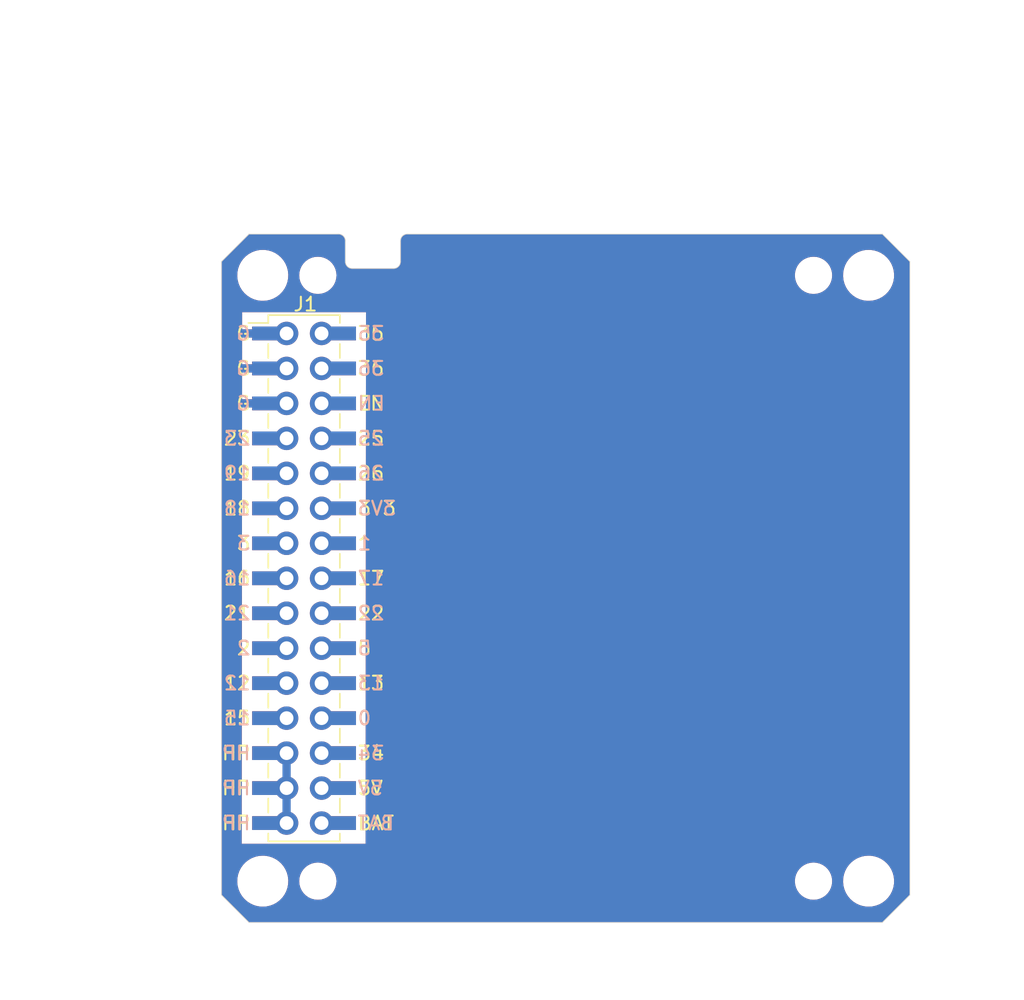
<source format=kicad_pcb>
(kicad_pcb (version 20221018) (generator pcbnew)
  (title_block (title "BF-021") (date "2022-02-05") (rev "V01L04") (company "Copyright 2022 BotanicFields, Inc.") (comment 1 "Template of M5Stack Module "))
  (layers (0 "F.Cu" signal) (31 "B.Cu" signal) (34 "B.Paste" user) (35 "F.Paste" user) (36 "B.SilkS" user "B.Silkscreen") (37 "F.SilkS" user "F.Silkscreen") (38 "B.Mask" user) (39 "F.Mask" user) (44 "Edge.Cuts" user))
  (net 0 "")
  (net 1 "+BATT")
  (net 2 "VBUS")
  (net 3 "+5V")
  (net 4 "/GPIO34")
  (net 5 "/GPIO0")
  (net 6 "/GPIO15")
  (net 7 "/GPIO13")
  (net 8 "/GPIO12")
  (net 9 "/GPIO5")
  (net 10 "/GPIO2")
  (net 11 "/GPIO22")
  (net 12 "/GPIO21")
  (net 13 "/GPIO17")
  (net 14 "/GPIO16")
  (net 15 "/GPIO1")
  (net 16 "/GPIO3")
  (net 17 "+3V3")
  (net 18 "/GPIO18")
  (net 19 "/GPIO26")
  (net 20 "/GPIO19")
  (net 21 "/GPIO25")
  (net 22 "/GPIO23")
  (net 23 "/EN")
  (net 24 "GND")
  (net 25 "/GPIO36")
  (net 26 "/GPIO35")
  (footprint "bf:BF@MountingHole_3.2mm_M3" (layer "F.Cu") (at 103 53)
    (fp_text reference "H1" hide)
    (fp_text value "MountingHole" hide)
    (pad "" np_thru_hole circle (at 0 0) (size 3.2 3.2) (drill 3.2) (layers "*.Cu" "*.Mask"))
  )
  (footprint "bf:BF@MountingHole_3.2mm_M3" (layer "F.Cu") (at 147 53)
    (fp_text reference "H2" hide)
    (fp_text value "MountingHole" hide)
    (pad "" np_thru_hole circle (at 0 0) (size 3.2 3.2) (drill 3.2) (layers "*.Cu" "*.Mask"))
  )
  (footprint "bf:BF@MountingHole_3.2mm_M3" (layer "F.Cu") (at 147 97)
    (fp_text reference "H3" hide)
    (fp_text value "MountingHole" hide)
    (pad "" np_thru_hole circle (at 0 0) (size 3.2 3.2) (drill 3.2) (layers "*.Cu" "*.Mask"))
  )
  (footprint "bf:BF@MountingHole_3.2mm_M3" (layer "F.Cu") (at 103 97)
    (fp_text reference "H4" hide)
    (fp_text value "MountingHole" hide)
    (pad "" np_thru_hole circle (at 0 0) (size 3.2 3.2) (drill 3.2) (layers "*.Cu" "*.Mask"))
  )
  (footprint "bf:BF@MountingHole_2.2mm_M2" (layer "F.Cu") (at 107 53)
    (fp_text reference "H5" hide)
    (fp_text value "MountingHole" hide)
    (pad "" np_thru_hole circle (at 0 0) (size 2.2 2.2) (drill 2.2) (layers "*.Cu" "*.Mask"))
  )
  (footprint "bf:BF@MountingHole_2.2mm_M2" (layer "F.Cu") (at 143 53)
    (fp_text reference "H6" hide)
    (fp_text value "MountingHole" hide)
    (pad "" np_thru_hole circle (at 0 0) (size 2.2 2.2) (drill 2.2) (layers "*.Cu" "*.Mask"))
  )
  (footprint "bf:BF@MountingHole_2.2mm_M2" (layer "F.Cu") (at 143 97)
    (fp_text reference "H7" hide)
    (fp_text value "MountingHole" hide)
    (pad "" np_thru_hole circle (at 0 0) (size 2.2 2.2) (drill 2.2) (layers "*.Cu" "*.Mask"))
  )
  (footprint "bf:BF@MountingHole_2.2mm_M2" (layer "F.Cu") (at 107 97)
    (fp_text reference "H8" hide)
    (fp_text value "MountingHole" hide)
    (pad "" np_thru_hole circle (at 0 0) (size 2.2 2.2) (drill 2.2) (layers "*.Cu" "*.Mask"))
  )
  (footprint "bf:BF@M5Stack_MBUS" (layer "F.Cu") (at 106 75)
    (fp_text reference "J1" (at 0.1 -19.9) (layer "F.SilkS"))
    (fp_text value "M-BUS")
    (fp_text user "2" (at -3.81 5.08 180) (layer "B.SilkS") (effects (justify left mirror)))
    (fp_text user "3" (at -3.81 -2.54 180) (layer "B.SilkS") (effects (justify left mirror)))
    (fp_text user "G" (at -3.81 -12.7 180) (layer "B.SilkS") (effects (justify left mirror)))
    (fp_text user "HP" (at -3.81 15.24 180) (layer "B.SilkS") (effects (justify left mirror)))
    (fp_text user "22" (at 3.81 2.54 180) (layer "B.SilkS") (effects (justify right mirror)))
    (fp_text user "23" (at -3.81 -10.16 180) (layer "B.SilkS") (effects (justify left mirror)))
    (fp_text user "15" (at -3.81 10.16 180) (layer "B.SilkS") (effects (justify left mirror)))
    (fp_text user "35" (at 3.81 -17.78 180) (layer "B.SilkS") (effects (justify right mirror)))
    (fp_text user "18" (at -3.81 -5.08 180) (layer "B.SilkS") (effects (justify left mirror)))
    (fp_text user "12" (at -3.81 7.62 180) (layer "B.SilkS") (effects (justify left mirror)))
    (fp_text user "17" (at 3.81 0 180) (layer "B.SilkS") (effects (justify right mirror)))
    (fp_text user "EN" (at 3.81 -12.7 180) (layer "B.SilkS") (effects (justify right mirror)))
    (fp_text user "5" (at 3.81 5.08 180) (layer "B.SilkS") (effects (justify right mirror)))
    (fp_text user "36" (at 3.81 -15.24 180) (layer "B.SilkS") (effects (justify right mirror)))
    (fp_text user "26" (at 3.81 -7.62 180) (layer "B.SilkS") (effects (justify right mirror)))
    (fp_text user "19" (at -3.81 -7.62 180) (layer "B.SilkS") (effects (justify left mirror)))
    (fp_text user "3V3" (at 3.81 -5.08 180) (layer "B.SilkS") (effects (justify right mirror)))
    (fp_text user "25" (at 3.81 -10.16 180) (layer "B.SilkS") (effects (justify right mirror)))
    (fp_text user "16" (at -3.81 0 180) (layer "B.SilkS") (effects (justify left mirror)))
    (fp_text user "34" (at 3.81 12.7 180) (layer "B.SilkS") (effects (justify right mirror)))
    (fp_text user "G" (at -3.81 -17.78 180) (layer "B.SilkS") (effects (justify left mirror)))
    (fp_text user "0" (at 3.81 10.16 180) (layer "B.SilkS") (effects (justify right mirror)))
    (fp_text user "13" (at 3.81 7.62 180) (layer "B.SilkS") (effects (justify right mirror)))
    (fp_text user "HP" (at -3.81 17.78 180) (layer "B.SilkS") (effects (justify left mirror)))
    (fp_text user "5V" (at 3.81 15.24 180) (layer "B.SilkS") (effects (justify right mirror)))
    (fp_text user "HP" (at -3.81 12.7 180) (layer "B.SilkS") (effects (justify left mirror)))
    (fp_text user "21" (at -3.81 2.54 180) (layer "B.SilkS") (effects (justify left mirror)))
    (fp_text user "G" (at -3.81 -15.24 180) (layer "B.SilkS") (effects (justify left mirror)))
    (fp_text user "1" (at 3.81 -2.54 180) (layer "B.SilkS") (effects (justify right mirror)))
    (fp_text user "BAT" (at 3.81 17.78 180) (layer "B.SilkS") (effects (justify right mirror)))
    (fp_text user "G" (at -3.81 -15.24) (layer "F.SilkS") (effects (justify right)))
    (fp_text user "G" (at -3.81 -12.7) (layer "F.SilkS") (effects (justify right)))
    (fp_text user "3V3" (at 3.81 -5.08) (layer "F.SilkS") (effects (justify left)))
    (fp_text user "23" (at -3.81 -10.16) (layer "F.SilkS") (effects (justify right)))
    (fp_text user "25" (at 3.81 -10.16) (layer "F.SilkS") (effects (justify left)))
    (fp_text user "19" (at -3.81 -7.62) (layer "F.SilkS") (effects (justify right)))
    (fp_text user "12" (at -3.81 7.62) (layer "F.SilkS") (effects (justify right)))
    (fp_text user "13" (at 3.81 7.62) (layer "F.SilkS") (effects (justify left)))
    (fp_text user "EN" (at 3.81 -12.7) (layer "F.SilkS") (effects (justify left)))
    (fp_text user "G" (at -3.81 -17.78) (layer "F.SilkS") (effects (justify right)))
    (fp_text user "0" (at 3.81 10.16) (layer "F.SilkS") (effects (justify left)))
    (fp_text user "3" (at -3.81 -2.54) (layer "F.SilkS") (effects (justify right)))
    (fp_text user "5" (at 3.81 5.08) (layer "F.SilkS") (effects (justify left)))
    (fp_text user "36" (at 3.81 -15.24) (layer "F.SilkS") (effects (justify left)))
    (fp_text user "35" (at 3.81 -17.78) (layer "F.SilkS") (effects (justify left)))
    (fp_text user "21" (at -3.81 2.54) (layer "F.SilkS") (effects (justify right)))
    (fp_text user "16" (at -3.81 0) (layer "F.SilkS") (effects (justify right)))
    (fp_text user "26" (at 3.81 -7.62) (layer "F.SilkS") (effects (justify left)))
    (fp_text user "HP" (at -3.81 12.7) (layer "F.SilkS") (effects (justify right)))
    (fp_text user "HP" (at -3.81 15.24) (layer "F.SilkS") (effects (justify right)))
    (fp_text user "17" (at 3.81 0) (layer "F.SilkS") (effects (justify left)))
    (fp_text user "34" (at 3.81 12.7) (layer "F.SilkS") (effects (justify left)))
    (fp_text user "15" (at -3.81 10.16) (layer "F.SilkS") (effects (justify right)))
    (fp_text user "HP" (at -3.81 17.78) (layer "F.SilkS") (effects (justify right)))
    (fp_text user "BAT" (at 3.81 17.78) (layer "F.SilkS") (effects (justify left)))
    (fp_text user "18" (at -3.81 -5.08) (layer "F.SilkS") (effects (justify right)))
    (fp_text user "1" (at 3.81 -2.54) (layer "F.SilkS") (effects (justify left)))
    (fp_text user "2" (at -3.81 5.08) (layer "F.SilkS") (effects (justify right)))
    (fp_text user "5V" (at 3.81 15.24) (layer "F.SilkS") (effects (justify left)))
    (fp_text user "22" (at 3.81 2.54) (layer "F.SilkS") (effects (justify left)))
    (fp_line (start -4.04 -18.54) (end -2.6 -18.54) (stroke (width 0.12)) (layer "F.SilkS"))
    (fp_line (start -2.6 -19.11) (end -2.6 -18.54) (stroke (width 0.12)) (layer "F.SilkS"))
    (fp_line (start -2.6 -19.11) (end 2.6 -19.11) (stroke (width 0.12)) (layer "F.SilkS"))
    (fp_line (start -2.6 -17.02) (end -2.6 -16) (stroke (width 0.12)) (layer "F.SilkS"))
    (fp_line (start -2.6 -14.48) (end -2.6 -13.46) (stroke (width 0.12)) (layer "F.SilkS"))
    (fp_line (start -2.6 -11.94) (end -2.6 -10.92) (stroke (width 0.12)) (layer "F.SilkS"))
    (fp_line (start -2.6 -9.4) (end -2.6 -8.38) (stroke (width 0.12)) (layer "F.SilkS"))
    (fp_line (start -2.6 -6.86) (end -2.6 -5.84) (stroke (width 0.12)) (layer "F.SilkS"))
    (fp_line (start -2.6 -4.32) (end -2.6 -3.3) (stroke (width 0.12)) (layer "F.SilkS"))
    (fp_line (start -2.6 -1.78) (end -2.6 -0.76) (stroke (width 0.12)) (layer "F.SilkS"))
    (fp_line (start -2.6 0.76) (end -2.6 1.78) (stroke (width 0.12)) (layer "F.SilkS"))
    (fp_line (start -2.6 3.3) (end -2.6 4.32) (stroke (width 0.12)) (layer "F.SilkS"))
    (fp_line (start -2.6 5.84) (end -2.6 6.86) (stroke (width 0.12)) (layer "F.SilkS"))
    (fp_line (start -2.6 8.38) (end -2.6 9.4) (stroke (width 0.12)) (layer "F.SilkS"))
    (fp_line (start -2.6 10.92) (end -2.6 11.94) (stroke (width 0.12)) (layer "F.SilkS"))
    (fp_line (start -2.6 13.46) (end -2.6 14.48) (stroke (width 0.12)) (layer "F.SilkS"))
    (fp_line (start -2.6 16) (end -2.6 17.02) (stroke (width 0.12)) (layer "F.SilkS"))
    (fp_line (start -2.6 18.54) (end -2.6 19.11) (stroke (width 0.12)) (layer "F.SilkS"))
    (fp_line (start -2.6 19.11) (end 2.6 19.11) (stroke (width 0.12)) (layer "F.SilkS"))
    (fp_line (start 2.6 -19.11) (end 2.6 -18.54) (stroke (width 0.12)) (layer "F.SilkS"))
    (fp_line (start 2.6 -17.02) (end 2.6 -16) (stroke (width 0.12)) (layer "F.SilkS"))
    (fp_line (start 2.6 -14.48) (end 2.6 -13.46) (stroke (width 0.12)) (layer "F.SilkS"))
    (fp_line (start 2.6 -11.94) (end 2.6 -10.92) (stroke (width 0.12)) (layer "F.SilkS"))
    (fp_line (start 2.6 -9.4) (end 2.6 -8.38) (stroke (width 0.12)) (layer "F.SilkS"))
    (fp_line (start 2.6 -6.86) (end 2.6 -5.84) (stroke (width 0.12)) (layer "F.SilkS"))
    (fp_line (start 2.6 -4.32) (end 2.6 -3.3) (stroke (width 0.12)) (layer "F.SilkS"))
    (fp_line (start 2.6 -1.78) (end 2.6 -0.76) (stroke (width 0.12)) (layer "F.SilkS"))
    (fp_line (start 2.6 0.76) (end 2.6 1.78) (stroke (width 0.12)) (layer "F.SilkS"))
    (fp_line (start 2.6 3.3) (end 2.6 4.32) (stroke (width 0.12)) (layer "F.SilkS"))
    (fp_line (start 2.6 5.84) (end 2.6 6.86) (stroke (width 0.12)) (layer "F.SilkS"))
    (fp_line (start 2.6 8.38) (end 2.6 9.4) (stroke (width 0.12)) (layer "F.SilkS"))
    (fp_line (start 2.6 10.92) (end 2.6 11.94) (stroke (width 0.12)) (layer "F.SilkS"))
    (fp_line (start 2.6 13.46) (end 2.6 14.48) (stroke (width 0.12)) (layer "F.SilkS"))
    (fp_line (start 2.6 16) (end 2.6 17.02) (stroke (width 0.12)) (layer "F.SilkS"))
    (fp_line (start 2.6 18.54) (end 2.6 19.11) (stroke (width 0.12)) (layer "F.SilkS"))
    (pad "" np_thru_hole circle (at 0 -16.51 180) (size 1 1) (drill 1) (layers "*.Cu" "*.Mask"))
    (pad "" np_thru_hole circle (at 0 -13.97 180) (size 1 1) (drill 1) (layers "*.Cu" "*.Mask"))
    (pad "" np_thru_hole circle (at 0 13.97 180) (size 1 1) (drill 1) (layers "*.Cu" "*.Mask"))
    (pad "" np_thru_hole circle (at 0 16.51 180) (size 1 1) (drill 1) (layers "*.Cu" "*.Mask"))
    (pad "1" smd custom (at 1.27 -17.78 180) (size 1 1) (layers "F.Cu" "F.Mask") (net 26 "/GPIO35") (options (clearance outline) (anchor rect)) (primitives (gr_poly (pts (xy 0.5 0.5) (xy 0.5 -0.5) (xy -2.5 -0.5) (xy -2.5 0.5)) (width 0) (fill yes))))
    (pad "1" smd custom (at 1.27 -17.78 180) (size 1 1) (layers "B.Cu" "B.Mask") (net 26 "/GPIO35") (options (clearance outline) (anchor rect)) (primitives (gr_poly (pts (xy 0.5 0.5) (xy 0.5 -0.5) (xy -2.5 -0.5) (xy -2.5 0.5)) (width 0) (fill yes))))
    (pad "1" thru_hole circle (at 1.27 -17.78 180) (size 1.7 1.7) (drill 1) (layers "*.Cu" "*.Mask") (net 26 "/GPIO35"))
    (pad "2" smd custom (at -1.27 -17.78) (size 1 1) (layers "F.Cu" "F.Mask") (net 24 "GND") (options (clearance outline) (anchor rect)) (primitives (gr_poly (pts (xy 0.5 0.5) (xy 0.5 -0.5) (xy -2.5 -0.5) (xy -2.5 0.5)) (width 0) (fill yes))))
    (pad "2" smd custom (at -1.27 -17.78) (size 1 1) (layers "B.Cu" "B.Mask") (net 24 "GND") (options (clearance outline) (anchor rect)) (primitives (gr_poly (pts (xy 0.5 0.5) (xy 0.5 -0.5) (xy -2.5 -0.5) (xy -2.5 0.5)) (width 0) (fill yes))))
    (pad "2" thru_hole circle (at -1.27 -17.78) (size 1.7 1.7) (drill 1) (layers "*.Cu" "*.Mask") (net 24 "GND"))
    (pad "3" smd custom (at 1.27 -15.24 180) (size 1 1) (layers "F.Cu" "F.Mask") (net 25 "/GPIO36") (options (clearance outline) (anchor rect)) (primitives (gr_poly (pts (xy 0.5 0.5) (xy 0.5 -0.5) (xy -2.5 -0.5) (xy -2.5 0.5)) (width 0) (fill yes))))
    (pad "3" smd custom (at 1.27 -15.24 180) (size 1 1) (layers "B.Cu" "B.Mask") (net 25 "/GPIO36") (options (clearance outline) (anchor rect)) (primitives (gr_poly (pts (xy 0.5 0.5) (xy 0.5 -0.5) (xy -2.5 -0.5) (xy -2.5 0.5)) (width 0) (fill yes))))
    (pad "3" thru_hole circle (at 1.27 -15.24 180) (size 1.7 1.7) (drill 1) (layers "*.Cu" "*.Mask") (net 25 "/GPIO36"))
    (pad "4" smd custom (at -1.27 -15.24) (size 1 1) (layers "F.Cu" "F.Mask") (net 24 "GND") (options (clearance outline) (anchor rect)) (primitives (gr_poly (pts (xy 0.5 0.5) (xy 0.5 -0.5) (xy -2.5 -0.5) (xy -2.5 0.5)) (width 0) (fill yes))))
    (pad "4" smd custom (at -1.27 -15.24) (size 1 1) (layers "B.Cu" "B.Mask") (net 24 "GND") (options (clearance outline) (anchor rect)) (primitives (gr_poly (pts (xy 0.5 0.5) (xy 0.5 -0.5) (xy -2.5 -0.5) (xy -2.5 0.5)) (width 0) (fill yes))))
    (pad "4" thru_hole circle (at -1.27 -15.24) (size 1.7 1.7) (drill 1) (layers "*.Cu" "*.Mask") (net 24 "GND"))
    (pad "5" smd custom (at 1.27 -12.7 180) (size 1 1) (layers "F.Cu" "F.Mask") (net 23 "/EN") (options (clearance outline) (anchor rect)) (primitives (gr_poly (pts (xy 0.5 0.5) (xy 0.5 -0.5) (xy -2.5 -0.5) (xy -2.5 0.5)) (width 0) (fill yes))))
    (pad "5" smd custom (at 1.27 -12.7 180) (size 1 1) (layers "B.Cu" "B.Mask") (net 23 "/EN") (options (clearance outline) (anchor rect)) (primitives (gr_poly (pts (xy 0.5 0.5) (xy 0.5 -0.5) (xy -2.5 -0.5) (xy -2.5 0.5)) (width 0) (fill yes))))
    (pad "5" thru_hole circle (at 1.27 -12.7 180) (size 1.7 1.7) (drill 1) (layers "*.Cu" "*.Mask") (net 23 "/EN"))
    (pad "6" smd custom (at -1.27 -12.7) (size 1 1) (layers "F.Cu" "F.Mask") (net 24 "GND") (options (clearance outline) (anchor rect)) (primitives (gr_poly (pts (xy 0.5 0.5) (xy 0.5 -0.5) (xy -2.5 -0.5) (xy -2.5 0.5)) (width 0) (fill yes))))
    (pad "6" smd custom (at -1.27 -12.7) (size 1 1) (layers "B.Cu" "B.Mask") (net 24 "GND") (options (clearance outline) (anchor rect)) (primitives (gr_poly (pts (xy 0.5 0.5) (xy 0.5 -0.5) (xy -2.5 -0.5) (xy -2.5 0.5)) (width 0) (fill yes))))
    (pad "6" thru_hole circle (at -1.27 -12.7) (size 1.7 1.7) (drill 1) (layers "*.Cu" "*.Mask") (net 24 "GND"))
    (pad "7" smd custom (at 1.27 -10.16 180) (size 1 1) (layers "F.Cu" "F.Mask") (net 21 "/GPIO25") (options (clearance outline) (anchor rect)) (primitives (gr_poly (pts (xy 0.5 0.5) (xy 0.5 -0.5) (xy -2.5 -0.5) (xy -2.5 0.5)) (width 0) (fill yes))))
    (pad "7" smd custom (at 1.27 -10.16 180) (size 1 1) (layers "B.Cu" "B.Mask") (net 21 "/GPIO25") (options (clearance outline) (anchor rect)) (primitives (gr_poly (pts (xy 0.5 0.5) (xy 0.5 -0.5) (xy -2.5 -0.5) (xy -2.5 0.5)) (width 0) (fill yes))))
    (pad "7" thru_hole circle (at 1.27 -10.16 180) (size 1.7 1.7) (drill 1) (layers "*.Cu" "*.Mask") (net 21 "/GPIO25"))
    (pad "8" smd custom (at -1.27 -10.16) (size 1 1) (layers "F.Cu" "F.Mask") (net 22 "/GPIO23") (options (clearance outline) (anchor rect)) (primitives (gr_poly (pts (xy 0.5 0.5) (xy 0.5 -0.5) (xy -2.5 -0.5) (xy -2.5 0.5)) (width 0) (fill yes))))
    (pad "8" smd custom (at -1.27 -10.16) (size 1 1) (layers "B.Cu" "B.Mask") (net 22 "/GPIO23") (options (clearance outline) (anchor rect)) (primitives (gr_poly (pts (xy 0.5 0.5) (xy 0.5 -0.5) (xy -2.5 -0.5) (xy -2.5 0.5)) (width 0) (fill yes))))
    (pad "8" thru_hole circle (at -1.27 -10.16) (size 1.7 1.7) (drill 1) (layers "*.Cu" "*.Mask") (net 22 "/GPIO23"))
    (pad "9" smd custom (at 1.27 -7.62 180) (size 1 1) (layers "F.Cu" "F.Mask") (net 19 "/GPIO26") (options (clearance outline) (anchor rect)) (primitives (gr_poly (pts (xy 0.5 0.5) (xy 0.5 -0.5) (xy -2.5 -0.5) (xy -2.5 0.5)) (width 0) (fill yes))))
    (pad "9" smd custom (at 1.27 -7.62 180) (size 1 1) (layers "B.Cu" "B.Mask") (net 19 "/GPIO26") (options (clearance outline) (anchor rect)) (primitives (gr_poly (pts (xy 0.5 0.5) (xy 0.5 -0.5) (xy -2.5 -0.5) (xy -2.5 0.5)) (width 0) (fill yes))))
    (pad "9" thru_hole circle (at 1.27 -7.62 180) (size 1.7 1.7) (drill 1) (layers "*.Cu" "*.Mask") (net 19 "/GPIO26"))
    (pad "10" smd custom (at -1.27 -7.62) (size 1 1) (layers "F.Cu" "F.Mask") (net 20 "/GPIO19") (options (clearance outline) (anchor rect)) (primitives (gr_poly (pts (xy 0.5 0.5) (xy 0.5 -0.5) (xy -2.5 -0.5) (xy -2.5 0.5)) (width 0) (fill yes))))
    (pad "10" smd custom (at -1.27 -7.62) (size 1 1) (layers "B.Cu" "B.Mask") (net 20 "/GPIO19") (options (clearance outline) (anchor rect)) (primitives (gr_poly (pts (xy 0.5 0.5) (xy 0.5 -0.5) (xy -2.5 -0.5) (xy -2.5 0.5)) (width 0) (fill yes))))
    (pad "10" thru_hole circle (at -1.27 -7.62) (size 1.7 1.7) (drill 1) (layers "*.Cu" "*.Mask") (net 20 "/GPIO19"))
    (pad "11" smd custom (at 1.27 -5.08 180) (size 1 1) (layers "F.Cu" "F.Mask") (net 17 "+3V3") (options (clearance outline) (anchor rect)) (primitives (gr_poly (pts (xy 0.5 0.5) (xy 0.5 -0.5) (xy -2.5 -0.5) (xy -2.5 0.5)) (width 0) (fill yes))))
    (pad "11" smd custom (at 1.27 -5.08 180) (size 1 1) (layers "B.Cu" "B.Mask") (net 17 "+3V3") (options (clearance outline) (anchor rect)) (primitives (gr_poly (pts (xy 0.5 0.5) (xy 0.5 -0.5) (xy -2.5 -0.5) (xy -2.5 0.5)) (width 0) (fill yes))))
    (pad "11" thru_hole circle (at 1.27 -5.08 180) (size 1.7 1.7) (drill 1) (layers "*.Cu" "*.Mask") (net 17 "+3V3"))
    (pad "12" smd custom (at -1.27 -5.08) (size 1 1) (layers "F.Cu" "F.Mask") (net 18 "/GPIO18") (options (clearance outline) (anchor rect)) (primitives (gr_poly (pts (xy 0.5 0.5) (xy 0.5 -0.5) (xy -2.5 -0.5) (xy -2.5 0.5)) (width 0) (fill yes))))
    (pad "12" smd custom (at -1.27 -5.08) (size 1 1) (layers "B.Cu" "B.Mask") (net 18 "/GPIO18") (options (clearance outline) (anchor rect)) (primitives (gr_poly (pts (xy 0.5 0.5) (xy 0.5 -0.5) (xy -2.5 -0.5) (xy -2.5 0.5)) (width 0) (fill yes))))
    (pad "12" thru_hole circle (at -1.27 -5.08) (size 1.7 1.7) (drill 1) (layers "*.Cu" "*.Mask") (net 18 "/GPIO18"))
    (pad "13" smd custom (at 1.27 -2.54 180) (size 1 1) (layers "F.Cu" "F.Mask") (net 15 "/GPIO1") (options (clearance outline) (anchor rect)) (primitives (gr_poly (pts (xy 0.5 0.5) (xy 0.5 -0.5) (xy -2.5 -0.5) (xy -2.5 0.5)) (width 0) (fill yes))))
    (pad "13" smd custom (at 1.27 -2.54 180) (size 1 1) (layers "B.Cu" "B.Mask") (net 15 "/GPIO1") (options (clearance outline) (anchor rect)) (primitives (gr_poly (pts (xy 0.5 0.5) (xy 0.5 -0.5) (xy -2.5 -0.5) (xy -2.5 0.5)) (width 0) (fill yes))))
    (pad "13" thru_hole circle (at 1.27 -2.54 180) (size 1.7 1.7) (drill 1) (layers "*.Cu" "*.Mask") (net 15 "/GPIO1"))
    (pad "14" smd custom (at -1.27 -2.54) (size 1 1) (layers "F.Cu" "F.Mask") (net 16 "/GPIO3") (options (clearance outline) (anchor rect)) (primitives (gr_poly (pts (xy 0.5 0.5) (xy 0.5 -0.5) (xy -2.5 -0.5) (xy -2.5 0.5)) (width 0) (fill yes))))
    (pad "14" smd custom (at -1.27 -2.54) (size 1 1) (layers "B.Cu" "B.Mask") (net 16 "/GPIO3") (options (clearance outline) (anchor rect)) (primitives (gr_poly (pts (xy 0.5 0.5) (xy 0.5 -0.5) (xy -2.5 -0.5) (xy -2.5 0.5)) (width 0) (fill yes))))
    (pad "14" thru_hole circle (at -1.27 -2.54) (size 1.7 1.7) (drill 1) (layers "*.Cu" "*.Mask") (net 16 "/GPIO3"))
    (pad "15" smd custom (at 1.27 0 180) (size 1 1) (layers "F.Cu" "F.Mask") (net 13 "/GPIO17") (options (clearance outline) (anchor rect)) (primitives (gr_poly (pts (xy 0.5 0.5) (xy 0.5 -0.5) (xy -2.5 -0.5) (xy -2.5 0.5)) (width 0) (fill yes))))
    (pad "15" smd custom (at 1.27 0 180) (size 1 1) (layers "B.Cu" "B.Mask") (net 13 "/GPIO17") (options (clearance outline) (anchor rect)) (primitives (gr_poly (pts (xy 0.5 0.5) (xy 0.5 -0.5) (xy -2.5 -0.5) (xy -2.5 0.5)) (width 0) (fill yes))))
    (pad "15" thru_hole circle (at 1.27 0 180) (size 1.7 1.7) (drill 1) (layers "*.Cu" "*.Mask") (net 13 "/GPIO17"))
    (pad "16" smd custom (at -1.27 0) (size 1 1) (layers "F.Cu" "F.Mask") (net 14 "/GPIO16") (options (clearance outline) (anchor rect)) (primitives (gr_poly (pts (xy 0.5 0.5) (xy 0.5 -0.5) (xy -2.5 -0.5) (xy -2.5 0.5)) (width 0) (fill yes))))
    (pad "16" smd custom (at -1.27 0) (size 1 1) (layers "B.Cu" "B.Mask") (net 14 "/GPIO16") (options (clearance outline) (anchor rect)) (primitives (gr_poly (pts (xy 0.5 0.5) (xy 0.5 -0.5) (xy -2.5 -0.5) (xy -2.5 0.5)) (width 0) (fill yes))))
    (pad "16" thru_hole circle (at -1.27 0) (size 1.7 1.7) (drill 1) (layers "*.Cu" "*.Mask") (net 14 "/GPIO16"))
    (pad "17" smd custom (at 1.27 2.54 180) (size 1 1) (layers "F.Cu" "F.Mask") (net 11 "/GPIO22") (options (clearance outline) (anchor rect)) (primitives (gr_poly (pts (xy 0.5 0.5) (xy 0.5 -0.5) (xy -2.5 -0.5) (xy -2.5 0.5)) (width 0) (fill yes))))
    (pad "17" smd custom (at 1.27 2.54 180) (size 1 1) (layers "B.Cu" "B.Mask") (net 11 "/GPIO22") (options (clearance outline) (anchor rect)) (primitives (gr_poly (pts (xy 0.5 0.5) (xy 0.5 -0.5) (xy -2.5 -0.5) (xy -2.5 0.5)) (width 0) (fill yes))))
    (pad "17" thru_hole circle (at 1.27 2.54 180) (size 1.7 1.7) (drill 1) (layers "*.Cu" "*.Mask") (net 11 "/GPIO22"))
    (pad "18" smd custom (at -1.27 2.54) (size 1 1) (layers "F.Cu" "F.Mask") (net 12 "/GPIO21") (options (clearance outline) (anchor rect)) (primitives (gr_poly (pts (xy 0.5 0.5) (xy 0.5 -0.5) (xy -2.5 -0.5) (xy -2.5 0.5)) (width 0) (fill yes))))
    (pad "18" smd custom (at -1.27 2.54) (size 1 1) (layers "B.Cu" "B.Mask") (net 12 "/GPIO21") (options (clearance outline) (anchor rect)) (primitives (gr_poly (pts (xy 0.5 0.5) (xy 0.5 -0.5) (xy -2.5 -0.5) (xy -2.5 0.5)) (width 0) (fill yes))))
    (pad "18" thru_hole circle (at -1.27 2.54) (size 1.7 1.7) (drill 1) (layers "*.Cu" "*.Mask") (net 12 "/GPIO21"))
    (pad "19" smd custom (at 1.27 5.08 180) (size 1 1) (layers "F.Cu" "F.Mask") (net 9 "/GPIO5") (options (clearance outline) (anchor rect)) (primitives (gr_poly (pts (xy 0.5 0.5) (xy 0.5 -0.5) (xy -2.5 -0.5) (xy -2.5 0.5)) (width 0) (fill yes))))
    (pad "19" smd custom (at 1.27 5.08 180) (size 1 1) (layers "B.Cu" "B.Mask") (net 9 "/GPIO5") (options (clearance outline) (anchor rect)) (primitives (gr_poly (pts (xy 0.5 0.5) (xy 0.5 -0.5) (xy -2.5 -0.5) (xy -2.5 0.5)) (width 0) (fill yes))))
    (pad "19" thru_hole circle (at 1.27 5.08 180) (size 1.7 1.7) (drill 1) (layers "*.Cu" "*.Mask") (net 9 "/GPIO5"))
    (pad "20" smd custom (at -1.27 5.08) (size 1 1) (layers "F.Cu" "F.Mask") (net 10 "/GPIO2") (options (clearance outline) (anchor rect)) (primitives (gr_poly (pts (xy 0.5 0.5) (xy 0.5 -0.5) (xy -2.5 -0.5) (xy -2.5 0.5)) (width 0) (fill yes))))
    (pad "20" smd custom (at -1.27 5.08) (size 1 1) (layers "B.Cu" "B.Mask") (net 10 "/GPIO2") (options (clearance outline) (anchor rect)) (primitives (gr_poly (pts (xy 0.5 0.5) (xy 0.5 -0.5) (xy -2.5 -0.5) (xy -2.5 0.5)) (width 0) (fill yes))))
    (pad "20" thru_hole circle (at -1.27 5.08) (size 1.7 1.7) (drill 1) (layers "*.Cu" "*.Mask") (net 10 "/GPIO2"))
    (pad "21" smd custom (at 1.27 7.62 180) (size 1 1) (layers "F.Cu" "F.Mask") (net 7 "/GPIO13") (options (clearance outline) (anchor rect)) (primitives (gr_poly (pts (xy 0.5 0.5) (xy 0.5 -0.5) (xy -2.5 -0.5) (xy -2.5 0.5)) (width 0) (fill yes))))
    (pad "21" smd custom (at 1.27 7.62 180) (size 1 1) (layers "B.Cu" "B.Mask") (net 7 "/GPIO13") (options (clearance outline) (anchor rect)) (primitives (gr_poly (pts (xy 0.5 0.5) (xy 0.5 -0.5) (xy -2.5 -0.5) (xy -2.5 0.5)) (width 0) (fill yes))))
    (pad "21" thru_hole circle (at 1.27 7.62 180) (size 1.7 1.7) (drill 1) (layers "*.Cu" "*.Mask") (net 7 "/GPIO13"))
    (pad "22" smd custom (at -1.27 7.62) (size 1 1) (layers "F.Cu" "F.Mask") (net 8 "/GPIO12") (options (clearance outline) (anchor rect)) (primitives (gr_poly (pts (xy 0.5 0.5) (xy 0.5 -0.5) (xy -2.5 -0.5) (xy -2.5 0.5)) (width 0) (fill yes))))
    (pad "22" smd custom (at -1.27 7.62) (size 1 1) (layers "B.Cu" "B.Mask") (net 8 "/GPIO12") (options (clearance outline) (anchor rect)) (primitives (gr_poly (pts (xy 0.5 0.5) (xy 0.5 -0.5) (xy -2.5 -0.5) (xy -2.5 0.5)) (width 0) (fill yes))))
    (pad "22" thru_hole circle (at -1.27 7.62) (size 1.7 1.7) (drill 1) (layers "*.Cu" "*.Mask") (net 8 "/GPIO12"))
    (pad "23" smd custom (at 1.27 10.16 180) (size 1 1) (layers "F.Cu" "F.Mask") (net 5 "/GPIO0") (options (clearance outline) (anchor rect)) (primitives (gr_poly (pts (xy 0.5 0.5) (xy 0.5 -0.5) (xy -2.5 -0.5) (xy -2.5 0.5)) (width 0) (fill yes))))
    (pad "23" smd custom (at 1.27 10.16 180) (size 1 1) (layers "B.Cu" "B.Mask") (net 5 "/GPIO0") (options (clearance outline) (anchor rect)) (primitives (gr_poly (pts (xy 0.5 0.5) (xy 0.5 -0.5) (xy -2.5 -0.5) (xy -2.5 0.5)) (width 0) (fill yes))))
    (pad "23" thru_hole circle (at 1.27 10.16 180) (size 1.7 1.7) (drill 1) (layers "*.Cu" "*.Mask") (net 5 "/GPIO0"))
    (pad "24" smd custom (at -1.27 10.16) (size 1 1) (layers "F.Cu" "F.Mask") (net 6 "/GPIO15") (options (clearance outline) (anchor rect)) (primitives (gr_poly (pts (xy 0.5 0.5) (xy 0.5 -0.5) (xy -2.5 -0.5) (xy -2.5 0.5)) (width 0) (fill yes))))
    (pad "24" smd custom (at -1.27 10.16) (size 1 1) (layers "B.Cu" "B.Mask") (net 6 "/GPIO15") (options (clearance outline) (anchor rect)) (primitives (gr_poly (pts (xy 0.5 0.5) (xy 0.5 -0.5) (xy -2.5 -0.5) (xy -2.5 0.5)) (width 0) (fill yes))))
    (pad "24" thru_hole circle (at -1.27 10.16) (size 1.7 1.7) (drill 1) (layers "*.Cu" "*.Mask") (net 6 "/GPIO15"))
    (pad "25" smd custom (at 1.27 12.7 180) (size 1 1) (layers "F.Cu" "F.Mask") (net 4 "/GPIO34") (options (clearance outline) (anchor rect)) (primitives (gr_poly (pts (xy 0.5 0.5) (xy 0.5 -0.5) (xy -2.5 -0.5) (xy -2.5 0.5)) (width 0) (fill yes))))
    (pad "25" smd custom (at 1.27 12.7 180) (size 1 1) (layers "B.Cu" "B.Mask") (net 4 "/GPIO34") (options (clearance outline) (anchor rect)) (primitives (gr_poly (pts (xy 0.5 0.5) (xy 0.5 -0.5) (xy -2.5 -0.5) (xy -2.5 0.5)) (width 0) (fill yes))))
    (pad "25" thru_hole circle (at 1.27 12.7 180) (size 1.7 1.7) (drill 1) (layers "*.Cu" "*.Mask") (net 4 "/GPIO34"))
    (pad "26" smd custom (at -1.27 12.7) (size 1 1) (layers "F.Cu" "F.Mask") (net 2 "VBUS") (options (clearance outline) (anchor rect)) (primitives (gr_poly (pts (xy 0.5 0.5) (xy 0.5 -0.5) (xy -2.5 -0.5) (xy -2.5 0.5)) (width 0) (fill yes))))
    (pad "26" smd custom (at -1.27 12.7) (size 1 1) (layers "B.Cu" "B.Mask") (net 2 "VBUS") (options (clearance outline) (anchor rect)) (primitives (gr_poly (pts (xy 0.5 0.5) (xy 0.5 -0.5) (xy -2.5 -0.5) (xy -2.5 0.5)) (width 0) (fill yes))))
    (pad "26" thru_hole circle (at -1.27 12.7) (size 1.7 1.7) (drill 1) (layers "*.Cu" "*.Mask") (net 2 "VBUS"))
    (pad "27" smd custom (at 1.27 15.24 180) (size 1 1) (layers "F.Cu" "F.Mask") (net 3 "+5V") (options (clearance outline) (anchor rect)) (primitives (gr_poly (pts (xy 0.5 0.5) (xy 0.5 -0.5) (xy -2.5 -0.5) (xy -2.5 0.5)) (width 0) (fill yes))))
    (pad "27" smd custom (at 1.27 15.24 180) (size 1 1) (layers "B.Cu" "B.Mask") (net 3 "+5V") (options (clearance outline) (anchor rect)) (primitives (gr_poly (pts (xy 0.5 0.5) (xy 0.5 -0.5) (xy -2.5 -0.5) (xy -2.5 0.5)) (width 0) (fill yes))))
    (pad "27" thru_hole circle (at 1.27 15.24 180) (size 1.7 1.7) (drill 1) (layers "*.Cu" "*.Mask") (net 3 "+5V"))
    (pad "28" smd custom (at -1.27 15.24) (size 1 1) (layers "F.Cu" "F.Mask") (net 2 "VBUS") (options (clearance outline) (anchor rect)) (primitives (gr_poly (pts (xy 0.5 0.5) (xy 0.5 -0.5) (xy -2.5 -0.5) (xy -2.5 0.5)) (width 0) (fill yes))))
    (pad "28" smd custom (at -1.27 15.24) (size 1 1) (layers "B.Cu" "B.Mask") (net 2 "VBUS") (options (clearance outline) (anchor rect)) (primitives (gr_poly (pts (xy 0.5 0.5) (xy 0.5 -0.5) (xy -2.5 -0.5) (xy -2.5 0.5)) (width 0) (fill yes))))
    (pad "28" thru_hole circle (at -1.27 15.24) (size 1.7 1.7) (drill 1) (layers "*.Cu" "*.Mask") (net 2 "VBUS"))
    (pad "29" smd custom (at 1.27 17.78 180) (size 1 1) (layers "F.Cu" "F.Mask") (net 1 "+BATT") (options (clearance outline) (anchor rect)) (primitives (gr_poly (pts (xy 0.5 0.5) (xy 0.5 -0.5) (xy -2.5 -0.5) (xy -2.5 0.5)) (width 0) (fill yes))))
    (pad "29" smd custom (at 1.27 17.78 180) (size 1 1) (layers "B.Cu" "B.Mask") (net 1 "+BATT") (options (clearance outline) (anchor rect)) (primitives (gr_poly (pts (xy 0.5 0.5) (xy 0.5 -0.5) (xy -2.5 -0.5) (xy -2.5 0.5)) (width 0) (fill yes))))
    (pad "29" thru_hole circle (at 1.27 17.78 180) (size 1.7 1.7) (drill 1) (layers "*.Cu" "*.Mask") (net 1 "+BATT"))
    (pad "30" smd custom (at -1.27 17.78) (size 1 1) (layers "F.Cu" "F.Mask") (net 2 "VBUS") (options (clearance outline) (anchor rect)) (primitives (gr_poly (pts (xy 0.5 0.5) (xy 0.5 -0.5) (xy -2.5 -0.5) (xy -2.5 0.5)) (width 0) (fill yes))))
    (pad "30" smd custom (at -1.27 17.78) (size 1 1) (layers "B.Cu" "B.Mask") (net 2 "VBUS") (options (clearance outline) (anchor rect)) (primitives (gr_poly (pts (xy 0.5 0.5) (xy 0.5 -0.5) (xy -2.5 -0.5) (xy -2.5 0.5)) (width 0) (fill yes))))
    (pad "30" thru_hole circle (at -1.27 17.78) (size 1.7 1.7) (drill 1) (layers "*.Cu" "*.Mask") (net 2 "VBUS"))
  )
  (gr_line (start 108.5 50) (end 102 50) (stroke (width 0.05)) (layer "Edge.Cuts"))
  (gr_line (start 100 98) (end 100 52) (stroke (width 0.05)) (layer "Edge.Cuts"))
  (gr_line (start 150 52) (end 150 98) (stroke (width 0.05)) (layer "Edge.Cuts"))
  (gr_line (start 150 52) (end 148 50) (stroke (width 0.05)) (layer "Edge.Cuts"))
  (gr_line (start 102 100) (end 148 100) (stroke (width 0.05)) (layer "Edge.Cuts"))
  (gr_line (start 148 50) (end 113.5 50) (stroke (width 0.05)) (layer "Edge.Cuts"))
  (gr_line (start 100 98) (end 102 100) (stroke (width 0.05)) (layer "Edge.Cuts"))
  (gr_line (start 109.5 52.5) (end 112.5 52.5) (stroke (width 0.05)) (layer "Edge.Cuts"))
  (gr_arc (start 108.5 50) (mid 108.853553 50.146447) (end 109 50.5) (stroke (width 0.05)) (layer "Edge.Cuts"))
  (gr_line (start 109 50.5) (end 109 52) (stroke (width 0.05)) (layer "Edge.Cuts"))
  (gr_arc (start 113 50.5) (mid 113.146447 50.146447) (end 113.5 50) (stroke (width 0.05)) (layer "Edge.Cuts"))
  (gr_arc (start 113 52) (mid 112.853553 52.353553) (end 112.5 52.5) (stroke (width 0.05)) (layer "Edge.Cuts"))
  (gr_arc (start 109.5 52.5) (mid 109.146447 52.353553) (end 109 52) (stroke (width 0.05)) (layer "Edge.Cuts"))
  (gr_line (start 102 50) (end 100 52) (stroke (width 0.05)) (layer "Edge.Cuts"))
  (gr_line (start 113 52) (end 113 50.5) (stroke (width 0.05)) (layer "Edge.Cuts"))
  (gr_line (start 148 100) (end 150 98) (stroke (width 0.05)) (layer "Edge.Cuts"))
  (segment (start 104.73 90.24) (end 104.73 92.78) (width 0.6) (layer "B.Cu") (net 2))
  (segment (start 104.73 87.7) (end 102.94 87.7) (width 0.6) (layer "B.Cu") (net 2))
  (segment (start 102.94 87.7) (end 102.921 87.719) (width 0.6) (layer "B.Cu") (net 2))
  (segment (start 104.73 87.7) (end 104.73 90.24) (width 0.6) (layer "B.Cu") (net 2))
  (segment (start 100.87 57.474) (end 100.87 59.76) (width 0.6) (layer "F.Cu") (net 24))
  (segment (start 100.87 62.046) (end 100.87 59.76) (width 0.6) (layer "F.Cu") (net 24))
  (segment (start 101.124 57.22) (end 100.87 57.474) (width 0.6) (layer "F.Cu") (net 24))
  (segment (start 104.73 57.22) (end 101.124 57.22) (width 0.6) (layer "F.Cu") (net 24))
  (segment (start 101.124 62.3) (end 100.87 62.046) (width 0.6) (layer "F.Cu") (net 24))
  (segment (start 104.73 62.3) (end 101.124 62.3) (width 0.6) (layer "F.Cu") (net 24))
  (segment (start 104.73 59.76) (end 100.87 59.76) (width 0.6) (layer "F.Cu") (net 24))
  (segment (start 101.124 62.3) (end 104.73 62.3) (width 0.6) (layer "B.Cu") (net 24))
  (segment (start 104.73 57.22) (end 101.124 57.22) (width 0.6) (layer "B.Cu") (net 24))
  (segment (start 101.124 57.22) (end 100.87 57.474) (width 0.6) (layer "B.Cu") (net 24))
  (segment (start 100.87 59.506) (end 100.87 62.046) (width 0.6) (layer "B.Cu") (net 24))
  (segment (start 100.87 62.046) (end 101.124 62.3) (width 0.6) (layer "B.Cu") (net 24))
  (segment (start 104.73 59.76) (end 101.124 59.76) (width 0.6) (layer "B.Cu") (net 24))
  (segment (start 101.124 59.76) (end 100.87 59.506) (width 0.6) (layer "B.Cu") (net 24))
  (segment (start 100.87 57.474) (end 100.87 59.506) (width 0.6) (layer "B.Cu") (net 24))
  (zone (net 24) (net_name "GND") (layer "F.Cu") (connect_pads (clearance 0.4)) (min_thickness 0.254) (fill yes (thermal_gap 0.4) (thermal_bridge_width 0.508))
    (polygon (pts (xy 150 100) (xy 100 100) (xy 100 50) (xy 150 50)))
  )
  (zone (net 0) (net_name "") (layers "F&B.Cu") (connect_pads (clearance 0)) (min_thickness 0.254)
    (keepout (tracks allowed) (vias allowed) (pads allowed) (copperpour not_allowed) (footprints allowed))
    (fill (thermal_gap 0.508) (thermal_bridge_width 0.508))
    (polygon (pts (xy 110.469 94.285) (xy 101.469 94.285) (xy 101.5 55.677) (xy 110.5 55.677)))
  )
  (zone (net 24) (net_name "GND") (layer "B.Cu") (connect_pads (clearance 0.4)) (min_thickness 0.254) (fill yes (thermal_gap 0.4) (thermal_bridge_width 0.508))
    (polygon (pts (xy 150 100) (xy 100 100) (xy 100 50) (xy 150 50)))
  )
)
</source>
